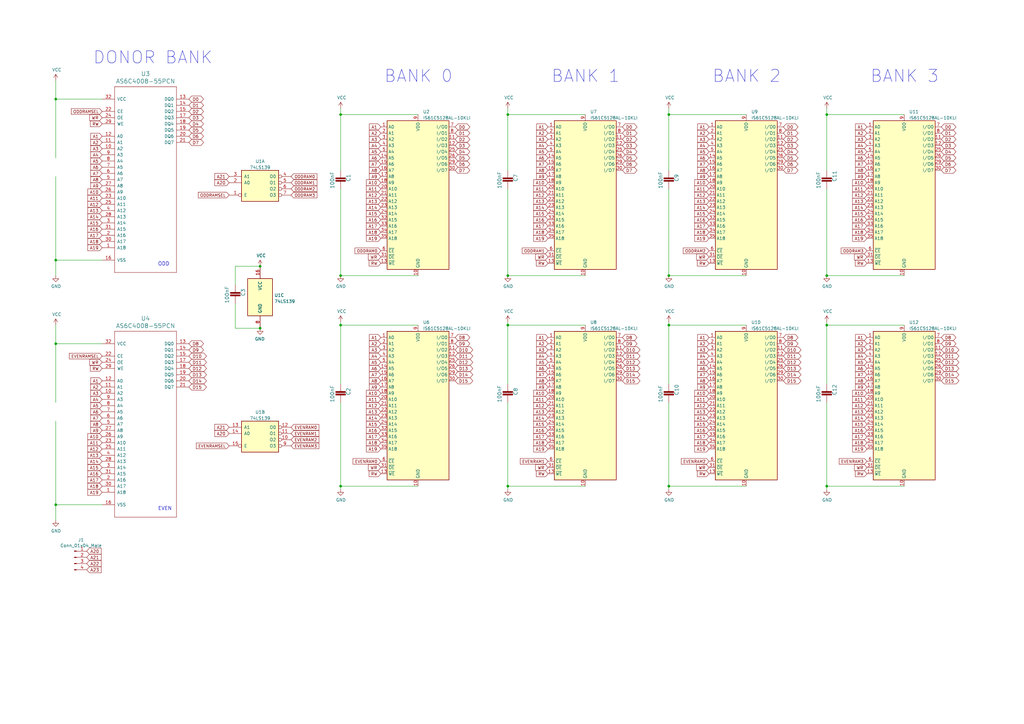
<source format=kicad_sch>
(kicad_sch (version 20211123) (generator eeschema)
  (paper "A3")
  (junction (at 274.32 113.03))
  (junction (at 339.09 113.03))
  (junction (at 139.7 113.03))
  (junction (at 106.68 134.62))
  (junction (at 22.86 207.01))
  (junction (at 208.28 46.99))
  (junction (at 208.28 113.03))
  (junction (at 274.32 133.35))
  (junction (at 274.32 46.99))
  (junction (at 139.7 46.99))
  (junction (at 106.68 109.22))
  (junction (at 139.7 133.35))
  (junction (at 22.86 40.64))
  (junction (at 339.09 199.39))
  (junction (at 339.09 46.99))
  (junction (at 139.7 199.39))
  (junction (at 22.86 106.68))
  (junction (at 274.32 199.39))
  (junction (at 22.86 140.97))
  (junction (at 208.28 133.35))
  (junction (at 339.09 133.35))
  (junction (at 208.28 199.39))
  (wire (pts (xy 240.03 113.03) (xy 208.28 113.03)))
  (wire (pts (xy 274.32 199.39) (xy 274.32 200.66)))
  (wire (pts (xy 339.09 46.99) (xy 339.09 69.85)))
  (wire (pts (xy 208.28 133.35) (xy 208.28 157.48)))
  (wire (pts (xy 274.32 77.47) (xy 274.32 113.03)))
  (wire (pts (xy 339.09 77.47) (xy 339.09 113.03)))
  (wire (pts (xy 274.32 46.99) (xy 274.32 69.85)))
  (wire (pts (xy 139.7 133.35) (xy 139.7 157.48)))
  (wire (pts (xy 139.7 46.99) (xy 139.7 69.85)))
  (wire (pts (xy 22.86 33.02) (xy 22.86 40.64)))
  (wire (pts (xy 96.52 134.62) (xy 106.68 134.62)))
  (wire (pts (xy 274.32 44.45) (xy 274.32 46.99)))
  (wire (pts (xy 208.28 46.99) (xy 208.28 69.85)))
  (wire (pts (xy 41.91 40.64) (xy 22.86 40.64)))
  (wire (pts (xy 208.28 44.45) (xy 208.28 46.99)))
  (wire (pts (xy 41.91 207.01) (xy 22.86 207.01)))
  (wire (pts (xy 274.32 132.08) (xy 274.32 133.35)))
  (wire (pts (xy 139.7 133.35) (xy 171.45 133.35)))
  (wire (pts (xy 208.28 133.35) (xy 240.03 133.35)))
  (wire (pts (xy 22.86 172.72) (xy 22.86 207.01)))
  (wire (pts (xy 339.09 44.45) (xy 339.09 46.99)))
  (wire (pts (xy 22.86 133.35) (xy 22.86 140.97)))
  (wire (pts (xy 208.28 165.1) (xy 208.28 199.39)))
  (wire (pts (xy 370.84 113.03) (xy 339.09 113.03)))
  (wire (pts (xy 339.09 133.35) (xy 370.84 133.35)))
  (wire (pts (xy 22.86 207.01) (xy 22.86 213.36)))
  (wire (pts (xy 96.52 116.84) (xy 96.52 109.22)))
  (wire (pts (xy 339.09 46.99) (xy 370.84 46.99)))
  (wire (pts (xy 41.91 140.97) (xy 22.86 140.97)))
  (wire (pts (xy 96.52 109.22) (xy 106.68 109.22)))
  (wire (pts (xy 274.32 133.35) (xy 274.32 157.48)))
  (wire (pts (xy 22.86 140.97) (xy 22.86 165.1)))
  (wire (pts (xy 339.09 165.1) (xy 339.09 199.39)))
  (wire (pts (xy 139.7 199.39) (xy 139.7 200.66)))
  (wire (pts (xy 274.32 165.1) (xy 274.32 199.39)))
  (wire (pts (xy 208.28 77.47) (xy 208.28 113.03)))
  (wire (pts (xy 22.86 106.68) (xy 22.86 113.03)))
  (wire (pts (xy 41.91 106.68) (xy 22.86 106.68)))
  (wire (pts (xy 139.7 46.99) (xy 171.45 46.99)))
  (wire (pts (xy 139.7 77.47) (xy 139.7 113.03)))
  (wire (pts (xy 274.32 46.99) (xy 306.07 46.99)))
  (wire (pts (xy 339.09 133.35) (xy 339.09 157.48)))
  (wire (pts (xy 306.07 199.39) (xy 274.32 199.39)))
  (wire (pts (xy 96.52 124.46) (xy 96.52 134.62)))
  (wire (pts (xy 171.45 113.03) (xy 139.7 113.03)))
  (wire (pts (xy 208.28 132.08) (xy 208.28 133.35)))
  (wire (pts (xy 306.07 113.03) (xy 274.32 113.03)))
  (wire (pts (xy 339.09 199.39) (xy 339.09 200.66)))
  (wire (pts (xy 208.28 46.99) (xy 240.03 46.99)))
  (wire (pts (xy 22.86 40.64) (xy 22.86 64.77)))
  (wire (pts (xy 139.7 132.08) (xy 139.7 133.35)))
  (wire (pts (xy 274.32 133.35) (xy 306.07 133.35)))
  (wire (pts (xy 370.84 199.39) (xy 339.09 199.39)))
  (wire (pts (xy 240.03 199.39) (xy 208.28 199.39)))
  (wire (pts (xy 139.7 165.1) (xy 139.7 199.39)))
  (wire (pts (xy 208.28 199.39) (xy 208.28 200.66)))
  (wire (pts (xy 22.86 72.39) (xy 22.86 106.68)))
  (wire (pts (xy 171.45 199.39) (xy 139.7 199.39)))
  (wire (pts (xy 339.09 132.08) (xy 339.09 133.35)))
  (wire (pts (xy 139.7 44.45) (xy 139.7 46.99)))
  (text "BANK 2" (at 292.1 34.29 0) (effects (font (size 5 5)) (justify left bottom)))
  (text "DONOR BANK" (at 38.1 26.67 0) (effects (font (size 5 5)) (justify left bottom)))
  (text "BANK 3" (at 356.87 34.29 0) (effects (font (size 5 5)) (justify left bottom)))
  (text "BANK 0" (at 157.48 34.29 0) (effects (font (size 5 5)) (justify left bottom)))
  (text "ODD" (at 64.77 109.22 0) (effects (font (size 1.4986 1.4986)) (justify left bottom)))
  (text "BANK 1" (at 226.06 34.29 0) (effects (font (size 5 5)) (justify left bottom)))
  (text "EVEN" (at 64.77 209.55 0) (effects (font (size 1.4986 1.4986)) (justify left bottom)))
  (global_label "A17" (shape input) (at 41.91 196.85 180) (property "Intersheet References" "${INTERSHEET_REFS}" (effects hide)))
  (global_label "D12" (shape bidirectional) (at 386.08 148.59 0) (property "Intersheet References" "${INTERSHEET_REFS}" (effects hide)))
  (global_label "A18" (shape input) (at 355.6 95.25 180) (property "Intersheet References" "${INTERSHEET_REFS}" (effects hide)))
  (global_label "D6" (shape bidirectional) (at 386.08 67.31 0) (property "Intersheet References" "${INTERSHEET_REFS}" (effects hide)))
  (global_label "A21" (shape input) (at 35.56 228.6 0) (property "Intersheet References" "${INTERSHEET_REFS}" (effects hide)))
  (global_label "A4" (shape input) (at 156.21 59.69 180) (property "Intersheet References" "${INTERSHEET_REFS}" (effects hide)))
  (global_label "A15" (shape input) (at 355.6 173.99 180) (property "Intersheet References" "${INTERSHEET_REFS}" (effects hide)))
  (global_label "A20" (shape input) (at 93.98 74.93 180) (property "Intersheet References" "${INTERSHEET_REFS}" (effects hide)))
  (global_label "WR" (shape input) (at 355.6 191.77 180) (property "Intersheet References" "${INTERSHEET_REFS}" (effects hide)))
  (global_label "A6" (shape input) (at 156.21 151.13 180) (property "Intersheet References" "${INTERSHEET_REFS}" (effects hide)))
  (global_label "WR" (shape input) (at 290.83 105.41 180) (property "Intersheet References" "${INTERSHEET_REFS}" (effects hide)))
  (global_label "A15" (shape input) (at 156.21 173.99 180) (property "Intersheet References" "${INTERSHEET_REFS}" (effects hide)))
  (global_label "D4" (shape bidirectional) (at 255.27 62.23 0) (property "Intersheet References" "${INTERSHEET_REFS}" (effects hide)))
  (global_label "D13" (shape bidirectional) (at 321.31 151.13 0) (property "Intersheet References" "${INTERSHEET_REFS}" (effects hide)))
  (global_label "ODDRAM3" (shape input) (at 119.38 80.01 0) (effects (font (size 1.1938 1.1938))) (property "Intersheet References" "${INTERSHEET_REFS}" (effects hide)))
  (global_label "D15" (shape bidirectional) (at 77.47 158.75 0) (property "Intersheet References" "${INTERSHEET_REFS}" (effects hide)))
  (global_label "D4" (shape bidirectional) (at 321.31 62.23 0) (property "Intersheet References" "${INTERSHEET_REFS}" (effects hide)))
  (global_label "A12" (shape input) (at 156.21 166.37 180) (property "Intersheet References" "${INTERSHEET_REFS}" (effects hide)))
  (global_label "A10" (shape input) (at 156.21 161.29 180) (property "Intersheet References" "${INTERSHEET_REFS}" (effects hide)))
  (global_label "EVENRAM2" (shape input) (at 119.38 180.34 0) (effects (font (size 1.1938 1.1938))) (property "Intersheet References" "${INTERSHEET_REFS}" (effects hide)))
  (global_label "D14" (shape bidirectional) (at 386.08 153.67 0) (property "Intersheet References" "${INTERSHEET_REFS}" (effects hide)))
  (global_label "A14" (shape input) (at 224.79 171.45 180) (property "Intersheet References" "${INTERSHEET_REFS}" (effects hide)))
  (global_label "A3" (shape input) (at 355.6 57.15 180) (property "Intersheet References" "${INTERSHEET_REFS}" (effects hide)))
  (global_label "A2" (shape input) (at 355.6 140.97 180) (property "Intersheet References" "${INTERSHEET_REFS}" (effects hide)))
  (global_label "A14" (shape input) (at 290.83 85.09 180) (property "Intersheet References" "${INTERSHEET_REFS}" (effects hide)))
  (global_label "D7" (shape bidirectional) (at 386.08 69.85 0) (property "Intersheet References" "${INTERSHEET_REFS}" (effects hide)))
  (global_label "A13" (shape input) (at 355.6 168.91 180) (property "Intersheet References" "${INTERSHEET_REFS}" (effects hide)))
  (global_label "A8" (shape input) (at 224.79 156.21 180) (property "Intersheet References" "${INTERSHEET_REFS}" (effects hide)))
  (global_label "D12" (shape bidirectional) (at 186.69 148.59 0) (property "Intersheet References" "${INTERSHEET_REFS}" (effects hide)))
  (global_label "A9" (shape input) (at 41.91 176.53 180) (property "Intersheet References" "${INTERSHEET_REFS}" (effects hide)))
  (global_label "D10" (shape bidirectional) (at 321.31 143.51 0) (property "Intersheet References" "${INTERSHEET_REFS}" (effects hide)))
  (global_label "D8" (shape bidirectional) (at 386.08 138.43 0) (property "Intersheet References" "${INTERSHEET_REFS}" (effects hide)))
  (global_label "A18" (shape input) (at 41.91 199.39 180) (property "Intersheet References" "${INTERSHEET_REFS}" (effects hide)))
  (global_label "A12" (shape input) (at 224.79 80.01 180) (property "Intersheet References" "${INTERSHEET_REFS}" (effects hide)))
  (global_label "D15" (shape bidirectional) (at 255.27 156.21 0) (property "Intersheet References" "${INTERSHEET_REFS}" (effects hide)))
  (global_label "A7" (shape input) (at 290.83 67.31 180) (property "Intersheet References" "${INTERSHEET_REFS}" (effects hide)))
  (global_label "A7" (shape input) (at 41.91 71.12 180) (property "Intersheet References" "${INTERSHEET_REFS}" (effects hide)))
  (global_label "A18" (shape input) (at 224.79 95.25 180) (property "Intersheet References" "${INTERSHEET_REFS}" (effects hide)))
  (global_label "D12" (shape bidirectional) (at 77.47 151.13 0) (property "Intersheet References" "${INTERSHEET_REFS}" (effects hide)))
  (global_label "D3" (shape bidirectional) (at 386.08 59.69 0) (property "Intersheet References" "${INTERSHEET_REFS}" (effects hide)))
  (global_label "A13" (shape input) (at 41.91 186.69 180) (property "Intersheet References" "${INTERSHEET_REFS}" (effects hide)))
  (global_label "A3" (shape input) (at 290.83 143.51 180) (property "Intersheet References" "${INTERSHEET_REFS}" (effects hide)))
  (global_label "D15" (shape bidirectional) (at 186.69 156.21 0) (property "Intersheet References" "${INTERSHEET_REFS}" (effects hide)))
  (global_label "A11" (shape input) (at 224.79 77.47 180) (property "Intersheet References" "${INTERSHEET_REFS}" (effects hide)))
  (global_label "A12" (shape input) (at 224.79 166.37 180) (property "Intersheet References" "${INTERSHEET_REFS}" (effects hide)))
  (global_label "A5" (shape input) (at 156.21 148.59 180) (property "Intersheet References" "${INTERSHEET_REFS}" (effects hide)))
  (global_label "D5" (shape bidirectional) (at 386.08 64.77 0) (property "Intersheet References" "${INTERSHEET_REFS}" (effects hide)))
  (global_label "A8" (shape input) (at 41.91 173.99 180) (property "Intersheet References" "${INTERSHEET_REFS}" (effects hide)))
  (global_label "A17" (shape input) (at 156.21 92.71 180) (property "Intersheet References" "${INTERSHEET_REFS}" (effects hide)))
  (global_label "A6" (shape input) (at 355.6 151.13 180) (property "Intersheet References" "${INTERSHEET_REFS}" (effects hide)))
  (global_label "A8" (shape input) (at 355.6 69.85 180) (property "Intersheet References" "${INTERSHEET_REFS}" (effects hide)))
  (global_label "A21" (shape input) (at 93.98 175.26 180) (property "Intersheet References" "${INTERSHEET_REFS}" (effects hide)))
  (global_label "WR" (shape input) (at 224.79 191.77 180) (property "Intersheet References" "${INTERSHEET_REFS}" (effects hide)))
  (global_label "A10" (shape input) (at 355.6 74.93 180) (property "Intersheet References" "${INTERSHEET_REFS}" (effects hide)))
  (global_label "D4" (shape bidirectional) (at 77.47 50.8 0) (property "Intersheet References" "${INTERSHEET_REFS}" (effects hide)))
  (global_label "D1" (shape bidirectional) (at 386.08 54.61 0) (property "Intersheet References" "${INTERSHEET_REFS}" (effects hide)))
  (global_label "D9" (shape bidirectional) (at 255.27 140.97 0) (property "Intersheet References" "${INTERSHEET_REFS}" (effects hide)))
  (global_label "WR" (shape input) (at 290.83 191.77 180) (property "Intersheet References" "${INTERSHEET_REFS}" (effects hide)))
  (global_label "A5" (shape input) (at 224.79 62.23 180) (property "Intersheet References" "${INTERSHEET_REFS}" (effects hide)))
  (global_label "A12" (shape input) (at 290.83 166.37 180) (property "Intersheet References" "${INTERSHEET_REFS}" (effects hide)))
  (global_label "WR" (shape input) (at 41.91 48.26 180) (property "Intersheet References" "${INTERSHEET_REFS}" (effects hide)))
  (global_label "A9" (shape input) (at 290.83 158.75 180) (property "Intersheet References" "${INTERSHEET_REFS}" (effects hide)))
  (global_label "A16" (shape input) (at 41.91 93.98 180) (property "Intersheet References" "${INTERSHEET_REFS}" (effects hide)))
  (global_label "D2" (shape bidirectional) (at 386.08 57.15 0) (property "Intersheet References" "${INTERSHEET_REFS}" (effects hide)))
  (global_label "A12" (shape input) (at 41.91 184.15 180) (property "Intersheet References" "${INTERSHEET_REFS}" (effects hide)))
  (global_label "A1" (shape input) (at 156.21 138.43 180) (property "Intersheet References" "${INTERSHEET_REFS}" (effects hide)))
  (global_label "A4" (shape input) (at 355.6 59.69 180) (property "Intersheet References" "${INTERSHEET_REFS}" (effects hide)))
  (global_label "ODDRAM0" (shape input) (at 156.21 102.87 180) (effects (font (size 1.1938 1.1938))) (property "Intersheet References" "${INTERSHEET_REFS}" (effects hide)))
  (global_label "A10" (shape input) (at 290.83 161.29 180) (property "Intersheet References" "${INTERSHEET_REFS}" (effects hide)))
  (global_label "D11" (shape bidirectional) (at 321.31 146.05 0) (property "Intersheet References" "${INTERSHEET_REFS}" (effects hide)))
  (global_label "A4" (shape input) (at 290.83 59.69 180) (property "Intersheet References" "${INTERSHEET_REFS}" (effects hide)))
  (global_label "ODDRAM1" (shape input) (at 119.38 74.93 0) (effects (font (size 1.1938 1.1938))) (property "Intersheet References" "${INTERSHEET_REFS}" (effects hide)))
  (global_label "A12" (shape input) (at 355.6 166.37 180) (property "Intersheet References" "${INTERSHEET_REFS}" (effects hide)))
  (global_label "EVENRAMSEL" (shape input) (at 93.98 182.88 180) (effects (font (size 1.1938 1.1938))) (property "Intersheet References" "${INTERSHEET_REFS}" (effects hide)))
  (global_label "D9" (shape bidirectional) (at 186.69 140.97 0) (property "Intersheet References" "${INTERSHEET_REFS}" (effects hide)))
  (global_label "A3" (shape input) (at 156.21 57.15 180) (property "Intersheet References" "${INTERSHEET_REFS}" (effects hide)))
  (global_label "A2" (shape input) (at 156.21 140.97 180) (property "Intersheet References" "${INTERSHEET_REFS}" (effects hide)))
  (global_label "A5" (shape input) (at 224.79 148.59 180) (property "Intersheet References" "${INTERSHEET_REFS}" (effects hide)))
  (global_label "EVENRAM3" (shape input) (at 355.6 189.23 180) (effects (font (size 1.1938 1.1938))) (property "Intersheet References" "${INTERSHEET_REFS}" (effects hide)))
  (global_label "A11" (shape input) (at 290.83 77.47 180) (property "Intersheet References" "${INTERSHEET_REFS}" (effects hide)))
  (global_label "EVENRAMSEL" (shape input) (at 41.91 146.05 180) (effects (font (size 1.1938 1.1938))) (property "Intersheet References" "${INTERSHEET_REFS}" (effects hide)))
  (global_label "A13" (shape input) (at 355.6 82.55 180) (property "Intersheet References" "${INTERSHEET_REFS}" (effects hide)))
  (global_label "D8" (shape bidirectional) (at 186.69 138.43 0) (property "Intersheet References" "${INTERSHEET_REFS}" (effects hide)))
  (global_label "A6" (shape input) (at 156.21 64.77 180) (property "Intersheet References" "${INTERSHEET_REFS}" (effects hide)))
  (global_label "RW" (shape input) (at 290.83 194.31 180) (effects (font (size 1.1938 1.1938))) (property "Intersheet References" "${INTERSHEET_REFS}" (effects hide)))
  (global_label "A2" (shape input) (at 156.21 54.61 180) (property "Intersheet References" "${INTERSHEET_REFS}" (effects hide)))
  (global_label "A1" (shape input) (at 224.79 138.43 180) (property "Intersheet References" "${INTERSHEET_REFS}" (effects hide)))
  (global_label "A11" (shape input) (at 355.6 163.83 180) (property "Intersheet References" "${INTERSHEET_REFS}" (effects hide)))
  (global_label "D10" (shape bidirectional) (at 186.69 143.51 0) (property "Intersheet References" "${INTERSHEET_REFS}" (effects hide)))
  (global_label "RW" (shape input) (at 41.91 151.13 180) (effects (font (size 1.1938 1.1938))) (property "Intersheet References" "${INTERSHEET_REFS}" (effects hide)))
  (global_label "A16" (shape input) (at 224.79 176.53 180) (property "Intersheet References" "${INTERSHEET_REFS}" (effects hide)))
  (global_label "D5" (shape bidirectional) (at 321.31 64.77 0) (property "Intersheet References" "${INTERSHEET_REFS}" (effects hide)))
  (global_label "A19" (shape input) (at 224.79 97.79 180) (property "Intersheet References" "${INTERSHEET_REFS}" (effects hide)))
  (global_label "A9" (shape input) (at 156.21 158.75 180) (property "Intersheet References" "${INTERSHEET_REFS}" (effects hide)))
  (global_label "D9" (shape bidirectional) (at 77.47 143.51 0) (property "Intersheet References" "${INTERSHEET_REFS}" (effects hide)))
  (global_label "A19" (shape input) (at 224.79 184.15 180) (property "Intersheet References" "${INTERSHEET_REFS}" (effects hide)))
  (global_label "A12" (shape input) (at 355.6 80.01 180) (property "Intersheet References" "${INTERSHEET_REFS}" (effects hide)))
  (global_label "A16" (shape input) (at 41.91 194.31 180) (property "Intersheet References" "${INTERSHEET_REFS}" (effects hide)))
  (global_label "A12" (shape input) (at 290.83 80.01 180) (property "Intersheet References" "${INTERSHEET_REFS}" (effects hide)))
  (global_label "A4" (shape input) (at 355.6 146.05 180) (property "Intersheet References" "${INTERSHEET_REFS}" (effects hide)))
  (global_label "D3" (shape bidirectional) (at 77.47 48.26 0) (property "Intersheet References" "${INTERSHEET_REFS}" (effects hide)))
  (global_label "A14" (shape input) (at 355.6 171.45 180) (property "Intersheet References" "${INTERSHEET_REFS}" (effects hide)))
  (global_label "RW" (shape input) (at 355.6 107.95 180) (effects (font (size 1.1938 1.1938))) (property "Intersheet References" "${INTERSHEET_REFS}" (effects hide)))
  (global_label "A14" (shape input) (at 41.91 189.23 180) (property "Intersheet References" "${INTERSHEET_REFS}" (effects hide)))
  (global_label "A14" (shape input) (at 355.6 85.09 180) (property "Intersheet References" "${INTERSHEET_REFS}" (effects hide)))
  (global_label "D10" (shape bidirectional) (at 255.27 143.51 0) (property "Intersheet References" "${INTERSHEET_REFS}" (effects hide)))
  (global_label "ODDRAM2" (shape input) (at 119.38 77.47 0) (effects (font (size 1.1938 1.1938))) (property "Intersheet References" "${INTERSHEET_REFS}" (effects hide)))
  (global_label "A8" (shape input) (at 355.6 156.21 180) (property "Intersheet References" "${INTERSHEET_REFS}" (effects hide)))
  (global_label "D15" (shape bidirectional) (at 321.31 156.21 0) (property "Intersheet References" "${INTERSHEET_REFS}" (effects hide)))
  (global_label "A10" (shape input) (at 41.91 179.07 180) (property "Intersheet References" "${INTERSHEET_REFS}" (effects hide)))
  (global_label "A14" (shape input) (at 41.91 88.9 180) (property "Intersheet References" "${INTERSHEET_REFS}" (effects hide)))
  (global_label "WR" (shape input) (at 355.6 105.41 180) (property "Intersheet References" "${INTERSHEET_REFS}" (effects hide)))
  (global_label "A1" (shape input) (at 224.79 52.07 180) (property "Intersheet References" "${INTERSHEET_REFS}" (effects hide)))
  (global_label "ODDRAMSEL" (shape input) (at 41.91 45.72 180) (effects (font (size 1.1938 1.1938))) (property "Intersheet References" "${INTERSHEET_REFS}" (effects hide)))
  (global_label "RW" (shape input) (at 41.91 50.8 180) (effects (font (size 1.1938 1.1938))) (property "Intersheet References" "${INTERSHEET_REFS}" (effects hide)))
  (global_label "D2" (shape bidirectional) (at 77.47 45.72 0) (property "Intersheet References" "${INTERSHEET_REFS}" (effects hide)))
  (global_label "A18" (shape input) (at 290.83 181.61 180) (property "Intersheet References" "${INTERSHEET_REFS}" (effects hide)))
  (global_label "A2" (shape input) (at 41.91 158.75 180) (property "Intersheet References" "${INTERSHEET_REFS}" (effects hide)))
  (global_label "D3" (shape bidirectional) (at 321.31 59.69 0) (property "Intersheet References" "${INTERSHEET_REFS}" (effects hide)))
  (global_label "A3" (shape input) (at 355.6 143.51 180) (property "Intersheet References" "${INTERSHEET_REFS}" (effects hide)))
  (global_label "A17" (shape input) (at 290.83 92.71 180) (property "Intersheet References" "${INTERSHEET_REFS}" (effects hide)))
  (global_label "A10" (shape input) (at 224.79 161.29 180) (property "Intersheet References" "${INTERSHEET_REFS}" (effects hide)))
  (global_label "A3" (shape input) (at 41.91 60.96 180) (property "Intersheet References" "${INTERSHEET_REFS}" (effects hide)))
  (global_label "A12" (shape input) (at 41.91 83.82 180) (property "Intersheet References" "${INTERSHEET_REFS}" (effects hide)))
  (global_label "D6" (shape bidirectional) (at 255.27 67.31 0) (property "Intersheet References" "${INTERSHEET_REFS}" (effects hide)))
  (global_label "EVENRAM1" (shape input) (at 224.79 189.23 180) (effects (font (size 1.1938 1.1938))) (property "Intersheet References" "${INTERSHEET_REFS}" (effects hide)))
  (global_label "A5" (shape input) (at 355.6 148.59 180) (property "Intersheet References" "${INTERSHEET_REFS}" (effects hide)))
  (global_label "WR" (shape input) (at 156.21 105.41 180) (property "Intersheet References" "${INTERSHEET_REFS}" (effects hide)))
  (global_label "D5" (shape bidirectional) (at 186.69 64.77 0) (property "Intersheet References" "${INTERSHEET_REFS}" (effects hide)))
  (global_label "D2" (shape bidirectional) (at 186.69 57.15 0) (property "Intersheet References" "${INTERSHEET_REFS}" (effects hide)))
  (global_label "A1" (shape input) (at 355.6 52.07 180) (property "Intersheet References" "${INTERSHEET_REFS}" (effects hide)))
  (global_label "A7" (shape input) (at 224.79 67.31 180) (property "Intersheet References" "${INTERSHEET_REFS}" (effects hide)))
  (global_label "A15" (shape input) (at 224.79 173.99 180) (property "Intersheet References" "${INTERSHEET_REFS}" (effects hide)))
  (global_label "A4" (shape input) (at 224.79 59.69 180) (property "Intersheet References" "${INTERSHEET_REFS}" (effects hide)))
  (global_label "WR" (shape input) (at 156.21 191.77 180) (property "Intersheet References" "${INTERSHEET_REFS}" (effects hide)))
  (global_label "A15" (shape input) (at 355.6 87.63 180) (property "Intersheet References" "${INTERSHEET_REFS}" (effects hide)))
  (global_label "D10" (shape bidirectional) (at 77.47 146.05 0) (property "Intersheet References" "${INTERSHEET_REFS}" (effects hide)))
  (global_label "D13" (shape bidirectional) (at 386.08 151.13 0) (property "Intersheet References" "${INTERSHEET_REFS}" (effects hide)))
  (global_label "A9" (shape input) (at 224.79 158.75 180) (property "Intersheet References" "${INTERSHEET_REFS}" (effects hide)))
  (global_label "A8" (shape input) (at 41.91 73.66 180) (property "Intersheet References" "${INTERSHEET_REFS}" (effects hide)))
  (global_label "A7" (shape input) (at 156.21 67.31 180) (property "Intersheet References" "${INTERSHEET_REFS}" (effects hide)))
  (global_label "A18" (shape input) (at 156.21 95.25 180) (property "Intersheet References" "${INTERSHEET_REFS}" (effects hide)))
  (global_label "A17" (shape input) (at 290.83 179.07 180) (property "Intersheet References" "${INTERSHEET_REFS}" (effects hide)))
  (global_label "A3" (shape input) (at 290.83 57.15 180) (property "Intersheet References" "${INTERSHEET_REFS}" (effects hide)))
  (global_label "D1" (shape bidirectional) (at 186.69 54.61 0) (property "Intersheet References" "${INTERSHEET_REFS}" (effects hide)))
  (global_label "A11" (shape input) (at 224.79 163.83 180) (property "Intersheet References" "${INTERSHEET_REFS}" (effects hide)))
  (global_label "A1" (shape input) (at 41.91 55.88 180) (property "Intersheet References" "${INTERSHEET_REFS}" (effects hide)))
  (global_label "A6" (shape input) (at 290.83 64.77 180) (property "Intersheet References" "${INTERSHEET_REFS}" (effects hide)))
  (global_label "A10" (shape input) (at 355.6 161.29 180) (property "Intersheet References" "${INTERSHEET_REFS}" (effects hide)))
  (global_label "A11" (shape input) (at 41.91 81.28 180) (property "Intersheet References" "${INTERSHEET_REFS}" (effects hide)))
  (global_label "A15" (shape input) (at 290.83 87.63 180) (property "Intersheet References" "${INTERSHEET_REFS}" (effects hide)))
  (global_label "A2" (shape input) (at 41.91 58.42 180) (property "Intersheet References" "${INTERSHEET_REFS}" (effects hide)))
  (global_label "A16" (shape input) (at 355.6 176.53 180) (property "Intersheet References" "${INTERSHEET_REFS}" (effects hide)))
  (global_label "A8" (shape input) (at 156.21 156.21 180) (property "Intersheet References" "${INTERSHEET_REFS}" (effects hide)))
  (global_label "A7" (shape input) (at 355.6 67.31 180) (property "Intersheet References" "${INTERSHEET_REFS}" (effects hide)))
  (global_label "A1" (shape input) (at 290.83 138.43 180) (property "Intersheet References" "${INTERSHEET_REFS}" (effects hide)))
  (global_label "A18" (shape input) (at 41.91 99.06 180) (property "Intersheet References" "${INTERSHEET_REFS}" (effects hide)))
  (global_label "D9" (shape bidirectional) (at 321.31 140.97 0) (property "Intersheet References" "${INTERSHEET_REFS}" (effects hide)))
  (global_label "D0" (shape bidirectional) (at 386.08 52.07 0) (property "Intersheet References" "${INTERSHEET_REFS}" (effects hide)))
  (global_label "D1" (shape bidirectional) (at 321.31 54.61 0) (property "Intersheet References" "${INTERSHEET_REFS}" (effects hide)))
  (global_label "A15" (shape input) (at 41.91 191.77 180) (property "Intersheet References" "${INTERSHEET_REFS}" (effects hide)))
  (global_label "D14" (shape bidirectional) (at 186.69 153.67 0) (property "Intersheet References" "${INTERSHEET_REFS}" (effects hide)))
  (global_label "A6" (shape input) (at 224.79 64.77 180) (property "Intersheet References" "${INTERSHEET_REFS}" (effects hide)))
  (global_label "A2" (shape input) (at 224.79 140.97 180) (property "Intersheet References" "${INTERSHEET_REFS}" (effects hide)))
  (global_label "A9" (shape input) (at 290.83 72.39 180) (property "Intersheet References" "${INTERSHEET_REFS}" (effects hide)))
  (global_label "A19" (shape input) (at 41.91 201.93 180) (property "Intersheet References" "${INTERSHEET_REFS}" (effects hide)))
  (global_label "D6" (shape bidirectional) (at 321.31 67.31 0) (property "Intersheet References" "${INTERSHEET_REFS}" (effects hide)))
  (global_label "A4" (shape input) (at 41.91 163.83 180) (property "Intersheet References" "${INTERSHEET_REFS}" (effects hide)))
  (global_label "A13" (shape input) (at 41.91 86.36 180) (property "Intersheet References" "${INTERSHEET_REFS}" (effects hide)))
  (global_label "D0" (shape bidirectional) (at 186.69 52.07 0) (property "Intersheet References" "${INTERSHEET_REFS}" (effects hide)))
  (global_label "A16" (shape input) (at 156.21 176.53 180) (property "Intersheet References" "${INTERSHEET_REFS}" (effects hide)))
  (global_label "A14" (shape input) (at 156.21 85.09 180) (property "Intersheet References" "${INTERSHEET_REFS}" (effects hide)))
  (global_label "A5" (shape input) (at 41.91 66.04 180) (property "Intersheet References" "${INTERSHEET_REFS}" (effects hide)))
  (global_label "A4" (shape input) (at 224.79 146.05 180) (property "Intersheet References" "${INTERSHEET_REFS}" (effects hide)))
  (global_label "A15" (shape input) (at 156.21 87.63 180) (property "Intersheet References" "${INTERSHEET_REFS}" (effects hide)))
  (global_label "D5" (shape bidirectional) (at 77.47 53.34 0) (property "Intersheet References" "${INTERSHEET_REFS}" (effects hide)))
  (global_label "A17" (shape input) (at 224.79 92.71 180) (property "Intersheet References" "${INTERSHEET_REFS}" (effects hide)))
  (global_label "A12" (shape input) (at 156.21 80.01 180) (property "Intersheet References" "${INTERSHEET_REFS}" (effects hide)))
  (global_label "A5" (shape input) (at 290.83 62.23 180) (property "Intersheet References" "${INTERSHEET_REFS}" (effects hide)))
  (global_label "A14" (shape input) (at 224.79 85.09 180) (property "Intersheet References" "${INTERSHEET_REFS}" (effects hide)))
  (global_label "D6" (shape bidirectional) (at 77.47 55.88 0) (property "Intersheet References" "${INTERSHEET_REFS}" (effects hide)))
  (global_label "RW" (shape input) (at 156.21 194.31 180) (effects (font (size 1.1938 1.1938))) (property "Intersheet References" "${INTERSHEET_REFS}" (effects hide)))
  (global_label "A3" (shape input) (at 224.79 57.15 180) (property "Intersheet References" "${INTERSHEET_REFS}" (effects hide)))
  (global_label "A19" (shape input) (at 290.83 97.79 180) (property "Intersheet References" "${INTERSHEET_REFS}" (effects hide)))
  (global_label "A1" (shape input) (at 156.21 52.07 180) (property "Intersheet References" "${INTERSHEET_REFS}" (effects hide)))
  (global_label "A17" (shape input) (at 355.6 179.07 180) (property "Intersheet References" "${INTERSHEET_REFS}" (effects hide)))
  (global_label "A8" (shape input) (at 290.83 69.85 180) (property "Intersheet References" "${INTERSHEET_REFS}" (effects hide)))
  (global_label "A23" (shape input) (at 35.56 233.68 0) (property "Intersheet References" "${INTERSHEET_REFS}" (effects hide)))
  (global_label "A17" (shape input) (at 224.79 179.07 180) (property "Intersheet References" "${INTERSHEET_REFS}" (effects hide)))
  (global_label "A1" (shape input) (at 290.83 52.07 180) (property "Intersheet References" "${INTERSHEET_REFS}" (effects hide)))
  (global_label "A2" (shape input) (at 290.83 140.97 180) (property "Intersheet References" "${INTERSHEET_REFS}" (effects hide)))
  (global_label "A9" (shape input) (at 355.6 158.75 180) (property "Intersheet References" "${INTERSHEET_REFS}" (effects hide)))
  (global_label "A16" (shape input) (at 355.6 90.17 180) (property "Intersheet References" "${INTERSHEET_REFS}" (effects hide)))
  (global_label "D8" (shape bidirectional) (at 77.47 140.97 0) (property "Intersheet References" "${INTERSHEET_REFS}" (effects hide)))
  (global_label "D1" (shape bidirectional) (at 255.27 54.61 0) (property "Intersheet References" "${INTERSHEET_REFS}" (effects hide)))
  (global_label "A1" (shape input) (at 355.6 138.43 180) (property "Intersheet References" "${INTERSHEET_REFS}" (effects hide)))
  (global_label "A11" (shape input) (at 156.21 77.47 180) (property "Intersheet References" "${INTERSHEET_REFS}" (effects hide)))
  (global_label "D11" (shape bidirectional) (at 386.08 146.05 0) (property "Intersheet References" "${INTERSHEET_REFS}" (effects hide)))
  (global_label "ODDRAM1" (shape input) (at 224.79 102.87 180) (effects (font (size 1.1938 1.1938))) (property "Intersheet References" "${INTERSHEET_REFS}" (effects hide)))
  (global_label "A11" (shape input) (at 290.83 163.83 180) (property "Intersheet References" "${INTERSHEET_REFS}" (effects hide)))
  (global_label "A16" (shape input) (at 224.79 90.17 180) (property "Intersheet References" "${INTERSHEET_REFS}" (effects hide)))
  (global_label "A16" (shape input) (at 156.21 90.17 180) (property "Intersheet References" "${INTERSHEET_REFS}" (effects hide)))
  (global_label "A5" (shape input) (at 355.6 62.23 180) (property "Intersheet References" "${INTERSHEET_REFS}" (effects hide)))
  (global_label "RW" (shape input) (at 290.83 107.95 180) (effects (font (size 1.1938 1.1938))) (property "Intersheet References" "${INTERSHEET_REFS}" (effects hide)))
  (global_label "A3" (shape input) (at 156.21 143.51 180) (property "Intersheet References" "${INTERSHEET_REFS}" (effects hide)))
  (global_label "A10" (shape input) (at 290.83 74.93 180) (property "Intersheet References" "${INTERSHEET_REFS}" (effects hide)))
  (global_label "D13" (shape bidirectional) (at 77.47 153.67 0) (property "Intersheet References" "${INTERSHEET_REFS}" (effects hide)))
  (global_label "A13" (shape input) (at 224.79 82.55 180) (property "Intersheet References" "${INTERSHEET_REFS}" (effects hide)))
  (global_label "D7" (shape bidirectional) (at 77.47 58.42 0) (property "Intersheet References" "${INTERSHEET_REFS}" (effects hide)))
  (global_label "A19" (shape input) (at 355.6 97.79 180) (property "Intersheet References" "${INTERSHEET_REFS}" (effects hide)))
  (global_label "D14" (shape bidirectional) (at 321.31 153.67 0) (property "Intersheet References" "${INTERSHEET_REFS}" (effects hide)))
  (global_label "A8" (shape input) (at 224.79 69.85 180) (property "Intersheet References" "${INTERSHEET_REFS}" (effects hide)))
  (global_label "A9" (shape input) (at 355.6 72.39 180) (property "Intersheet References" "${INTERSHEET_REFS}" (effects hide)))
  (global_label "A19" (shape input) (at 156.21 184.15 180) (property "Intersheet References" "${INTERSHEET_REFS}" (effects hide)))
  (global_label "D11" (shape bidirectional) (at 77.47 148.59 0) (property "Intersheet References" "${INTERSHEET_REFS}" (effects hide)))
  (global_label "D7" (shape bidirectional) (at 255.27 69.85 0) (property "Intersheet References" "${INTERSHEET_REFS}" (effects hide)))
  (global_label "A5" (shape input) (at 156.21 62.23 180) (property "Intersheet References" "${INTERSHEET_REFS}" (effects hide)))
  (global_label "D13" (shape bidirectional) (at 255.27 151.13 0) (property "Intersheet References" "${INTERSHEET_REFS}" (effects hide)))
  (global_label "A4" (shape input) (at 156.21 146.05 180) (property "Intersheet References" "${INTERSHEET_REFS}" (effects hide)))
  (global_label "D11" (shape bidirectional) (at 255.27 146.05 0) (property "Intersheet References" "${INTERSHEET_REFS}" (effects hide)))
  (global_label "A18" (shape input) (at 156.21 181.61 180) (property "Intersheet References" "${INTERSHEET_REFS}" (effects hide)))
  (global_label "D11" (shape bidirectional) (at 186.69 146.05 0) (property "Intersheet References" "${INTERSHEET_REFS}" (effects hide)))
  (global_label "A16" (shape input) (at 290.83 176.53 180) (property "Intersheet References" "${INTERSHEET_REFS}" (effects hide)))
  (global_label "D0" (shape bidirectional) (at 255.27 52.07 0) (property "Intersheet References" "${INTERSHEET_REFS}" (effects hide)))
  (global_label "D5" (shape bidirectional) (at 255.27 64.77 0) (property "Intersheet References" "${INTERSHEET_REFS}" (effects hide)))
  (global_label "A2" (shape input) (at 355.6 54.61 180) (property "Intersheet References" "${INTERSHEET_REFS}" (effects hide)))
  (global_label "A16" (shape input) (at 290.83 90.17 180) (property "Intersheet References" "${INTERSHEET_REFS}" (effects hide)))
  (global_label "A17" (shape input) (at 41.91 96.52 180) (property "Intersheet References" "${INTERSHEET_REFS}" (effects hide)))
  (global_label "A7" (shape input) (at 290.83 153.67 180) (property "Intersheet References" "${INTERSHEET_REFS}" (effects hide)))
  (global_label "A20" (shape input) (at 93.98 177.8 180) (property "Intersheet References" "${INTERSHEET_REFS}" (effects hide)))
  (global_label "D4" (shape bidirectional) (at 386.08 62.23 0) (property "Intersheet References" "${INTERSHEET_REFS}" (effects hide)))
  (global_label "A5" (shape input) (at 41.91 166.37 180) (property "Intersheet References" "${INTERSHEET_REFS}" (effects hide)))
  (global_label "D12" (shape bidirectional) (at 255.27 148.59 0) (property "Intersheet References" "${INTERSHEET_REFS}" (effects hide)))
  (global_label "A19" (shape input) (at 355.6 184.15 180) (property "Intersheet References" "${INTERSHEET_REFS}" (effects hide)))
  (global_label "A22" (shape input) (at 35.56 231.14 0) (property "Intersheet References" "${INTERSHEET_REFS}" (effects hide)))
  (global_label "A18" (shape input) (at 224.79 181.61 180) (property "Intersheet References" "${INTERSHEET_REFS}" (effects hide)))
  (global_label "D6" (shape bidirectional) (at 186.69 67.31 0) (property "Intersheet References" "${INTERSHEET_REFS}" (effects hide)))
  (global_label "D10" (shape bidirectional) (at 386.08 143.51 0) (property "Intersheet References" "${INTERSHEET_REFS}" (effects hide)))
  (global_label "D14" (shape bidirectional) (at 77.47 156.21 0) (property "Intersheet References" "${INTERSHEET_REFS}" (effects hide)))
  (global_label "D8" (shape bidirectional) (at 321.31 138.43 0) (property "Intersheet References" "${INTERSHEET_REFS}" (effects hide)))
  (global_label "A11" (shape input) (at 41.91 181.61 180) (property "Intersheet References" "${INTERSHEET_REFS}" (effects hide)))
  (global_label "A21" (shape input) (at 93.98 72.39 180) (property "Intersheet References" "${INTERSHEET_REFS}" (effects hide)))
  (global_label "ODDRAM3" (shape input) (at 355.6 102.87 180) (effects (font (size 1.1938 1.1938))) (property "Intersheet References" "${INTERSHEET_REFS}" (effects hide)))
  (global_label "A2" (shape input) (at 224.79 54.61 180) (property "Intersheet References" "${INTERSHEET_REFS}" (effects hide)))
  (global_label "A2" (shape input) (at 290.83 54.61 180) (property "Intersheet References" "${INTERSHEET_REFS}" (effects hide)))
  (global_label "A17" (shape input) (at 156.21 179.07 180) (property "Intersheet References" "${INTERSHEET_REFS}" (effects hide)))
  (global_label "A17" (shape input) (at 355.6 92.71 180) (property "Intersheet References" "${INTERSHEET_REFS}" (effects hide)))
  (global_label "D14" (shape bidirectional) (at 255.27 153.67 0) (property "Intersheet References" "${INTERSHEET_REFS}" (effects hide)))
  (global_label "A18" (shape input) (at 355.6 181.61 180) (property "Intersheet References" "${INTERSHEET_REFS}" (effects hide)))
  (global_label "A6" (shape input) (at 41.91 168.91 180) (property "Intersheet References" "${INTERSHEET_REFS}" (effects hide)))
  (global_label "RW" (shape input) (at 156.21 107.95 180) (effects (font (size 1.1938 1.1938))) (property "Intersheet References" "${INTERSHEET_REFS}" (effects hide)))
  (global_label "A13" (shape input) (at 290.83 168.91 180) (property "Intersheet References" "${INTERSHEET_REFS}" (effects hide)))
  (global_label "A20" (shape input) (at 35.56 226.06 0) (property "Intersheet References" "${INTERSHEET_REFS}" (effects hide)))
  (global_label "A8" (shape input) (at 290.83 156.21 180) (property "Intersheet References" "${INTERSHEET_REFS}" (effects hide)))
  (global_label "EVENRAM1" (shape input) (at 119.38 177.8 0) (effects (font (size 1.1938 1.1938))) (property "Intersheet References" "${INTERSHEET_REFS}" (effects hide)))
  (global_label "A14" (shape input) (at 290.83 171.45 180) (property "Intersheet References" "${INTERSHEET_REFS}" (effects hide)))
  (global_label "D0" (shape bidirectional) (at 321.31 52.07 0) (property "Intersheet References" "${INTERSHEET_REFS}" (effects hide)))
  (global_label "D7" (shape bidirectional) (at 186.69 69.85 0) (property "Intersheet References" "${INTERSHEET_REFS}" (effects hide)))
  (global_label "EVENRAM0" (shape input) (at 119.38 175.26 0) (effects (font (size 1.1938 1.1938))) (property "Intersheet References" "${INTERSHEET_REFS}" (effects hide)))
  (global_label "A6" (shape input) (at 41.91 68.58 180) (property "Intersheet References" "${INTERSHEET_REFS}" (effects hide)))
  (global_label "D15" (shape bidirectional) (at 386.08 156.21 0) (property "Intersheet References" "${INTERSHEET_REFS}" (effects hide)))
  (global_label "A4" (shape input) (at 290.83 146.05 180) (property "Intersheet References" "${INTERSHEET_REFS}" (effects hide)))
  (global_label "A3" (shape input) (at 224.79 143.51 180) (property "Intersheet References" "${INTERSHEET_REFS}" (effects hide)))
  (global_label "D2" (shape bidirectional) (at 321.31 57.15 0) (property "Intersheet References" "${INTERSHEET_REFS}" (effects hide)))
  (global_label "A8" (shape input) (at 156.21 69.85 180) (property "Intersheet References" "${INTERSHEET_REFS}" (effects hide)))
  (global_label "A18" (shape input) (at 290.83 95.25 180) (property "Intersheet References" "${INTERSHEET_REFS}" (effects hide)))
  (global_label "A1" (shape input) (at 41.91 156.21 180) (property "Intersheet References" "${INTERSHEET_REFS}" (effects hide)))
  (global_label "WR" (shape input) (at 41.91 148.59 180) (property "Intersheet References" "${INTERSHEET_REFS}" (effects hide)))
  (global_label "A15" (shape input) (at 290.83 173.99 180) (property "Intersheet References" "${INTERSHEET_REFS}" (effects hide)))
  (global_label "WR" (shape input) (at 224.79 105.41 180) (property "Intersheet References" "${INTERSHEET_REFS}" (effects hide)))
  (global_label "D0" (shape bidirectional) (at 77.47 40.64 0) (property "Intersheet References" "${INTERSHEET_REFS}" (effects hide)))
  (global_label "A11" (shape input) (at 355.6 77.47 180) (property "Intersheet References" "${INTERSHEET_REFS}" (effects hide)))
  (global_label "A19" (shape input) (at 156.21 97.79 180) (property "Intersheet References" "${INTERSHEET_REFS}" (effects hide)))
  (global_label "ODDRAM0" (shape input) (at 119.38 72.39 0) (effects (font (size 1.1938 1.1938))) (property "Intersheet References" "${INTERSHEET_REFS}" (effects hide)))
  (global_label "A5" (shape input) (at 290.83 148.59 180) (property "Intersheet References" "${INTERSHEET_REFS}" (effects hide)))
  (global_label "A3" (shape input) (at 41.91 161.29 180) (property "Intersheet References" "${INTERSHEET_REFS}" (effects hide)))
  (global_label "D4" (shape bidirectional) (at 186.69 62.23 0) (property "Intersheet References" "${INTERSHEET_REFS}" (effects hide)))
  (global_label "ODDRAMSEL" (shape input) (at 93.98 80.01 180) (effects (font (size 1.1938 1.1938))) (property "Intersheet References" "${INTERSHEET_REFS}" (effects hide)))
  (global_label "A9" (shape input) (at 41.91 76.2 180) (property "Intersheet References" "${INTERSHEET_REFS}" (effects hide)))
  (global_label "A13" (shape input) (at 156.21 168.91 180) (property "Intersheet References" "${INTERSHEET_REFS}" (effects hide)))
  (global_label "A19" (shape input) (at 290.83 184.15 180) (property "Intersheet References" "${INTERSHEET_REFS}" (effects hide)))
  (global_label "A7" (shape input) (at 355.6 153.67 180) (property "Intersheet References" "${INTERSHEET_REFS}" (effects hide)))
  (global_label "D13" (shape bidirectional) (at 186.69 151.13 0) (property "Intersheet References" "${INTERSHEET_REFS}" (effects hide)))
  (global_label "A6" (shape input) (at 355.6 64.77 180) (property "Intersheet References" "${INTERSHEET_REFS}" (effects hide)))
  (global_label "D2" (shape bidirectional) (at 255.27 57.15 0) (property "Intersheet References" "${INTERSHEET_REFS}" (effects hide)))
  (global_label "EVENRAM0" (shape input) (at 156.21 189.23 180) (effects (font (size 1.1938 1.1938))) (property "Intersheet References" "${INTERSHEET_REFS}" (effects hide)))
  (global_label "A15" (shape input) (at 41.91 91.44 180) (property "Intersheet References" "${INTERSHEET_REFS}" (effects hide)))
  (global_label "EVENRAM3" (shape input) (at 119.38 182.88 0) (effects (font (size 1.1938 1.1938))) (property "Intersheet References" "${INTERSHEET_REFS}" (effects hide)))
  (global_label "A13" (shape input) (at 224.79 168.91 180) (property "Intersheet References" "${INTERSHEET_REFS}" (effects hide)))
  (global_label "A7" (shape input) (at 156.21 153.67 180) (property "Intersheet References" "${INTERSHEET_REFS}" (effects hide)))
  (global_label "A9" (shape input) (at 156.21 72.39 180) (property "Intersheet References" "${INTERSHEET_REFS}" (effects hide)))
  (global_label "A19" (shape input) (at 41.91 101.6 180) (property "Intersheet References" "${INTERSHEET_REFS}" (effects hide)))
  (global_label "RW" (shape input) (at 224.79 107.95 180) (effects (font (size 1.1938 1.1938))) (property "Intersheet References" "${INTERSHEET_REFS}" (effects hide)))
  (global_label "D9" (shape bidirectional) (at 386.08 140.97 0) (property "Intersheet References" "${INTERSHEET_REFS}" (effects hide)))
  (global_label "ODDRAM2" (shape input) (at 290.83 102.87 180) (effects (font (size 1.1938 1.1938))) (property "Intersheet References" "${INTERSHEET_REFS}" (effects hide)))
  (global_label "A13" (shape input) (at 290.83 82.55 180) (property "Intersheet References" "${INTERSHEET_REFS}" (effects hide)))
  (global_label "RW" (shape input) (at 224.79 194.31 180) (effects (font (size 1.1938 1.1938))) (property "Intersheet References" "${INTERSHEET_REFS}" (effects hide)))
  (global_label "A10" (shape input) (at 156.21 74.93 180) (property "Intersheet References" "${INTERSHEET_REFS}" (effects hide)))
  (global_label "A14" (shape input) (at 156.21 171.45 180) (property "Intersheet References" "${INTERSHEET_REFS}" (effects hide)))
  (global_label "EVENRAM2" (shape input) (at 290.83 189.23 180) (effects (font (size 1.1938 1.1938))) (property "Intersheet References" "${INTERSHEET_REFS}" (effects hide)))
  (global_label "D3" (shape bidirectional) (at 186.69 59.69 0) (property "Intersheet References" "${INTERSHEET_REFS}" (effects hide)))
  (global_label "A13" (shape input) (at 156.21 82.55 180) (property "Intersheet References" "${INTERSHEET_REFS}" (effects hide)))
  (global_label "D12" (shape bidirectional) (at 321.31 148.59 0) (property "Intersheet References" "${INTERSHEET_REFS}" (effects hide)))
  (global_label "D8" (shape bidirectional) (at 255.27 138.43 0) (property "Intersheet References" "${INTERSHEET_REFS}" (effects hide)))
  (global_label "D3" (shape bidirectional) (at 255.27 59.69 0) (property "Intersheet References" "${INTERSHEET_REFS}" (effects hide)))
  (global_label "A10" (shape input) (at 41.91 78.74 180) (property "Intersheet References" "${INTERSHEET_REFS}" (effects hide)))
  (global_label "A6" (shape input) (at 224.79 151.13 180) (property "Intersheet References" "${INTERSHEET_REFS}" (effects hide)))
  (global_label "A6" (shape input) (at 290.83 151.13 180) (property "Intersheet References" "${INTERSHEET_REFS}" (effects hide)))
  (global_label "A11" (shape input) (at 156.21 163.83 180) (property "Intersheet References" "${INTERSHEET_REFS}" (effects hide)))
  (global_label "A10" (shape input) (at 224.79 74.93 180) (property "Intersheet References" "${INTERSHEET_REFS}" (effects hide)))
  (global_label "A9" (shape input) (at 224.79 72.39 180) (property "Intersheet References" "${INTERSHEET_REFS}" (effects hide)))
  (global_label "A7" (shape input) (at 224.79 153.67 180) (property "Intersheet References" "${INTERSHEET_REFS}" (effects hide)))
  (global_label "A7" (shape input) (at 41.91 171.45 180) (property "Intersheet References" "${INTERSHEET_REFS}" (effects hide)))
  (global_label "A4" (shape input) (at 41.91 63.5 180) (property "Intersheet References" "${INTERSHEET_REFS}" (effects hide)))
  (global_label "RW" (shape input) (at 355.6 194.31 180) (effects (font (size 1.1938 1.1938))) (property "Intersheet References" "${INTERSHEET_REFS}" (effects hide)))
  (global_label "D7" (shape bidirectional) (at 321.31 69.85 0) (property "Intersheet References" "${INTERSHEET_REFS}" (effects hide)))
  (global_label "D1" (shape bidirectional) (at 77.47 43.18 0) (property "Intersheet References" "${INTERSHEET_REFS}" (effects hide)))
  (global_label "A15" (shape input) (at 224.79 87.63 180) (property "Intersheet References" "${INTERSHEET_REFS}" (effects hide)))
  (symbol (lib_id "power:GND") (at 274.32 113.03 0) (unit 1)
    (property "Reference" "#PWR0131" (effects hide))
    (property "Value" "GND" (at 274.447 117.4242 0))
  )
  (symbol (lib_id "rosco_m68k-eagle-import:C2,5-3") (at 274.32 72.39 0) (unit 1)
    (property "Reference" "C9" (at 278.384 74.549 90) (effects (font (size 1.4986 1.4986)) (justify left bottom)))
    (property "Value" "100nF" (at 271.78 77.47 90) (effects (font (size 1.4986 1.4986)) (justify left bottom)))
    (property "Footprint" "Capacitor_THT:C_Disc_D3.0mm_W2.0mm_P2.50mm" (effects hide))
  )
  (symbol (lib_id "power:GND") (at 208.28 200.66 0) (unit 1)
    (property "Reference" "#PWR0122" (effects hide))
    (property "Value" "GND" (at 208.407 205.0542 0))
  )
  (symbol (lib_id "Memory_RAM:IS61C5128AL-10KLI") (at 306.07 80.01 0) (unit 1)
    (property "Reference" "U9" (at 308.0894 45.8302 0) (effects (justify left)))
    (property "Value" "IS61C5128AL-10KLI" (at 308.0894 48.3671 0) (effects (justify left)))
    (property "Footprint" "Package_SO:SOJ-36_10.16x23.49mm_P1.27mm" (effects hide))
    (property "Datasheet" "http://www.issi.com/WW/pdf/61-64C5128AL.pdf" (effects hide))
  )
  (symbol (lib_id "rosco_m68k-eagle-import:C2,5-3") (at 96.52 119.38 0) (unit 1)
    (property "Reference" "C3" (at 100.584 121.539 90) (effects (font (size 1.4986 1.4986)) (justify left bottom)))
    (property "Value" "100nF" (at 93.98 124.46 90) (effects (font (size 1.4986 1.4986)) (justify left bottom)))
    (property "Footprint" "Capacitor_THT:C_Disc_D3.0mm_W2.0mm_P2.50mm" (effects hide))
  )
  (symbol (lib_id "rosco_m68k-eagle-import:C2,5-3") (at 139.7 160.02 0) (unit 1)
    (property "Reference" "C2" (at 143.764 162.179 90) (effects (font (size 1.4986 1.4986)) (justify left bottom)))
    (property "Value" "100nF" (at 137.16 165.1 90) (effects (font (size 1.4986 1.4986)) (justify left bottom)))
    (property "Footprint" "Capacitor_THT:C_Disc_D3.0mm_W2.0mm_P2.50mm" (effects hide))
  )
  (symbol (lib_id "power:GND") (at 274.32 200.66 0) (unit 1)
    (property "Reference" "#PWR0129" (effects hide))
    (property "Value" "GND" (at 274.447 205.0542 0))
  )
  (symbol (lib_id "rosco_m68k-eagle-import:C2,5-3") (at 274.32 160.02 0) (unit 1)
    (property "Reference" "C10" (at 278.384 162.179 90) (effects (font (size 1.4986 1.4986)) (justify left bottom)))
    (property "Value" "100nF" (at 271.78 165.1 90) (effects (font (size 1.4986 1.4986)) (justify left bottom)))
    (property "Footprint" "Capacitor_THT:C_Disc_D3.0mm_W2.0mm_P2.50mm" (effects hide))
  )
  (symbol (lib_id "power:VCC") (at 208.28 132.08 0) (unit 1)
    (property "Reference" "#PWR0123" (effects hide))
    (property "Value" "VCC" (at 208.7118 127.6858 0))
  )
  (symbol (lib_id "power:GND") (at 22.86 213.36 0) (unit 1)
    (property "Reference" "#PWR0110" (effects hide))
    (property "Value" "GND" (at 22.987 217.7542 0))
  )
  (symbol (lib_id "rosco_m68k-eagle-import:AS6C4008-55PCN") (at 59.69 171.45 0) (unit 1)
    (property "Reference" "U4" (at 59.69 130.6068 0) (effects (font (size 1.7526 1.7526))))
    (property "Value" "AS6C4008-55PCN" (at 59.69 133.6548 0) (effects (font (size 1.7526 1.7526))))
    (property "Footprint" "Package_DIP:DIP-32_W15.24mm" (effects hide))
  )
  (symbol (lib_id "rosco_m68k-eagle-import:AS6C4008-55PCN") (at 59.69 71.12 0) (unit 1)
    (property "Reference" "U3" (at 59.69 30.2768 0) (effects (font (size 1.7526 1.7526))))
    (property "Value" "AS6C4008-55PCN" (at 59.69 33.3248 0) (effects (font (size 1.7526 1.7526))))
    (property "Footprint" "Package_DIP:DIP-32_W15.24mm" (effects hide))
  )
  (symbol (lib_id "74xx:74LS139") (at 106.68 74.93 0) (unit 1)
    (property "Reference" "U1" (at 106.68 66.1502 0))
    (property "Value" "74LS139" (at 106.68 68.6871 0))
    (property "Footprint" "Package_DIP:DIP-16_W7.62mm_LongPads" (effects hide))
    (property "Datasheet" "http://www.ti.com/lit/ds/symlink/sn74ls139a.pdf" (effects hide))
  )
  (symbol (lib_id "Memory_RAM:IS61C5128AL-10KLI") (at 370.84 80.01 0) (unit 1)
    (property "Reference" "U11" (at 372.8594 45.8302 0) (effects (justify left)))
    (property "Value" "IS61C5128AL-10KLI" (at 372.8594 48.3671 0) (effects (justify left)))
    (property "Footprint" "Package_SO:SOJ-36_10.16x23.49mm_P1.27mm" (effects hide))
    (property "Datasheet" "http://www.issi.com/WW/pdf/61-64C5128AL.pdf" (effects hide))
  )
  (symbol (lib_id "power:VCC") (at 139.7 44.45 0) (unit 1)
    (property "Reference" "#PWR0102" (effects hide))
    (property "Value" "VCC" (at 140.1318 40.0558 0))
  )
  (symbol (lib_id "power:GND") (at 339.09 113.03 0) (unit 1)
    (property "Reference" "#PWR0133" (effects hide))
    (property "Value" "GND" (at 339.217 117.4242 0))
  )
  (symbol (lib_id "rosco_m68k-eagle-import:C2,5-3") (at 139.7 72.39 0) (unit 1)
    (property "Reference" "C1" (at 143.764 74.549 90) (effects (font (size 1.4986 1.4986)) (justify left bottom)))
    (property "Value" "100nF" (at 137.16 77.47 90) (effects (font (size 1.4986 1.4986)) (justify left bottom)))
    (property "Footprint" "Capacitor_THT:C_Disc_D3.0mm_W2.0mm_P2.50mm" (effects hide))
  )
  (symbol (lib_id "Memory_RAM:IS61C5128AL-10KLI") (at 171.45 166.37 0) (unit 1)
    (property "Reference" "U6" (at 173.4694 132.1902 0) (effects (justify left)))
    (property "Value" "IS61C5128AL-10KLI" (at 173.4694 134.7271 0) (effects (justify left)))
    (property "Footprint" "Package_SO:SOJ-36_10.16x23.49mm_P1.27mm" (effects hide))
    (property "Datasheet" "http://www.issi.com/WW/pdf/61-64C5128AL.pdf" (effects hide))
  )
  (symbol (lib_id "power:VCC") (at 139.7 132.08 0) (unit 1)
    (property "Reference" "#PWR0125" (effects hide))
    (property "Value" "VCC" (at 140.1318 127.6858 0))
  )
  (symbol (lib_id "power:VCC") (at 339.09 132.08 0) (unit 1)
    (property "Reference" "#PWR0127" (effects hide))
    (property "Value" "VCC" (at 339.5218 127.6858 0))
  )
  (symbol (lib_id "power:GND") (at 106.68 134.62 0) (mirror y) (unit 1)
    (property "Reference" "#PWR0107" (effects hide))
    (property "Value" "GND" (at 106.553 139.0142 0))
  )
  (symbol (lib_id "rosco_m68k-eagle-import:C2,5-3") (at 208.28 160.02 0) (unit 1)
    (property "Reference" "C8" (at 212.344 162.179 90) (effects (font (size 1.4986 1.4986)) (justify left bottom)))
    (property "Value" "100nF" (at 205.74 165.1 90) (effects (font (size 1.4986 1.4986)) (justify left bottom)))
    (property "Footprint" "Capacitor_THT:C_Disc_D3.0mm_W2.0mm_P2.50mm" (effects hide))
  )
  (symbol (lib_id "power:VCC") (at 274.32 44.45 0) (unit 1)
    (property "Reference" "#PWR0130" (effects hide))
    (property "Value" "VCC" (at 274.7518 40.0558 0))
  )
  (symbol (lib_id "power:VCC") (at 22.86 33.02 0) (unit 1)
    (property "Reference" "#PWR0104" (effects hide))
    (property "Value" "VCC" (at 23.2918 28.6258 0))
  )
  (symbol (lib_id "Memory_RAM:IS61C5128AL-10KLI") (at 240.03 166.37 0) (unit 1)
    (property "Reference" "U8" (at 242.0494 132.1902 0) (effects (justify left)))
    (property "Value" "IS61C5128AL-10KLI" (at 242.0494 134.7271 0) (effects (justify left)))
    (property "Footprint" "Package_SO:SOJ-36_10.16x23.49mm_P1.27mm" (effects hide))
    (property "Datasheet" "http://www.issi.com/WW/pdf/61-64C5128AL.pdf" (effects hide))
  )
  (symbol (lib_id "rosco_m68k-eagle-import:C2,5-3") (at 339.09 160.02 0) (unit 1)
    (property "Reference" "C12" (at 343.154 162.179 90) (effects (font (size 1.4986 1.4986)) (justify left bottom)))
    (property "Value" "100nF" (at 336.55 165.1 90) (effects (font (size 1.4986 1.4986)) (justify left bottom)))
    (property "Footprint" "Capacitor_THT:C_Disc_D3.0mm_W2.0mm_P2.50mm" (effects hide))
  )
  (symbol (lib_id "rosco_m68k-eagle-import:C2,5-3") (at 208.28 72.39 0) (unit 1)
    (property "Reference" "C7" (at 212.344 74.549 90) (effects (font (size 1.4986 1.4986)) (justify left bottom)))
    (property "Value" "100nF" (at 205.74 77.47 90) (effects (font (size 1.4986 1.4986)) (justify left bottom)))
    (property "Footprint" "Capacitor_THT:C_Disc_D3.0mm_W2.0mm_P2.50mm" (effects hide))
  )
  (symbol (lib_id "Memory_RAM:IS61C5128AL-10KLI") (at 370.84 166.37 0) (unit 1)
    (property "Reference" "U12" (at 372.8594 132.1902 0) (effects (justify left)))
    (property "Value" "IS61C5128AL-10KLI" (at 372.8594 134.7271 0) (effects (justify left)))
    (property "Footprint" "Package_SO:SOJ-36_10.16x23.49mm_P1.27mm" (effects hide))
    (property "Datasheet" "http://www.issi.com/WW/pdf/61-64C5128AL.pdf" (effects hide))
  )
  (symbol (lib_id "rosco_m68k-eagle-import:C2,5-3") (at 339.09 72.39 0) (unit 1)
    (property "Reference" "C11" (at 343.154 74.549 90) (effects (font (size 1.4986 1.4986)) (justify left bottom)))
    (property "Value" "100nF" (at 336.55 77.47 90) (effects (font (size 1.4986 1.4986)) (justify left bottom)))
    (property "Footprint" "Capacitor_THT:C_Disc_D3.0mm_W2.0mm_P2.50mm" (effects hide))
  )
  (symbol (lib_id "power:VCC") (at 274.32 132.08 0) (unit 1)
    (property "Reference" "#PWR0126" (effects hide))
    (property "Value" "VCC" (at 274.7518 127.6858 0))
  )
  (symbol (lib_id "Memory_RAM:IS61C5128AL-10KLI") (at 240.03 80.01 0) (unit 1)
    (property "Reference" "U7" (at 242.0494 45.8302 0) (effects (justify left)))
    (property "Value" "IS61C5128AL-10KLI" (at 242.0494 48.3671 0) (effects (justify left)))
    (property "Footprint" "Package_SO:SOJ-36_10.16x23.49mm_P1.27mm" (effects hide))
    (property "Datasheet" "http://www.issi.com/WW/pdf/61-64C5128AL.pdf" (effects hide))
  )
  (symbol (lib_id "power:GND") (at 208.28 113.03 0) (unit 1)
    (property "Reference" "#PWR0132" (effects hide))
    (property "Value" "GND" (at 208.407 117.4242 0))
  )
  (symbol (lib_id "Connector:Conn_01x04_Male") (at 30.48 228.6 0) (unit 1)
    (property "Reference" "J1" (at 33.2232 221.4626 0))
    (property "Value" "Conn_01x04_Male" (at 33.2232 223.774 0))
    (property "Footprint" "Connector_PinHeader_2.54mm:PinHeader_1x04_P2.54mm_Vertical" (effects hide))
  )
  (symbol (lib_id "power:VCC") (at 208.28 44.45 0) (unit 1)
    (property "Reference" "#PWR0105" (effects hide))
    (property "Value" "VCC" (at 208.7118 40.0558 0))
  )
  (symbol (lib_id "power:GND") (at 139.7 113.03 0) (unit 1)
    (property "Reference" "#PWR0101" (effects hide))
    (property "Value" "GND" (at 139.827 117.4242 0))
  )
  (symbol (lib_id "Memory_RAM:IS61C5128AL-10KLI") (at 171.45 80.01 0) (unit 1)
    (property "Reference" "U2" (at 173.4694 45.8302 0) (effects (justify left)))
    (property "Value" "IS61C5128AL-10KLI" (at 173.4694 48.3671 0) (effects (justify left)))
    (property "Footprint" "Package_SO:SOJ-36_10.16x23.49mm_P1.27mm" (effects hide))
    (property "Datasheet" "http://www.issi.com/WW/pdf/61-64C5128AL.pdf" (effects hide))
  )
  (symbol (lib_id "power:VCC") (at 339.09 44.45 0) (unit 1)
    (property "Reference" "#PWR0134" (effects hide))
    (property "Value" "VCC" (at 339.5218 40.0558 0))
  )
  (symbol (lib_id "power:GND") (at 339.09 200.66 0) (unit 1)
    (property "Reference" "#PWR0128" (effects hide))
    (property "Value" "GND" (at 339.217 205.0542 0))
  )
  (symbol (lib_id "74xx:74LS139") (at 106.68 121.92 0) (unit 3)
    (property "Reference" "U1" (at 112.522 121.0853 0) (effects (justify left)))
    (property "Value" "74LS139" (at 112.522 123.6222 0) (effects (justify left)))
    (property "Footprint" "Package_DIP:DIP-16_W7.62mm_LongPads" (effects hide))
    (property "Datasheet" "http://www.ti.com/lit/ds/symlink/sn74ls139a.pdf" (effects hide))
  )
  (symbol (lib_id "74xx:74LS139") (at 106.68 177.8 0) (unit 2)
    (property "Reference" "U1" (at 106.68 169.0202 0))
    (property "Value" "74LS139" (at 106.68 171.5571 0))
    (property "Footprint" "Package_DIP:DIP-16_W7.62mm_LongPads" (effects hide))
    (property "Datasheet" "http://www.ti.com/lit/ds/symlink/sn74ls139a.pdf" (effects hide))
  )
  (symbol (lib_id "power:VCC") (at 22.86 133.35 0) (unit 1)
    (property "Reference" "#PWR0106" (effects hide))
    (property "Value" "VCC" (at 23.2918 128.9558 0))
  )
  (symbol (lib_id "power:VCC") (at 106.68 109.22 0) (unit 1)
    (property "Reference" "#PWR0121" (effects hide))
    (property "Value" "VCC" (at 107.1118 104.8258 0))
  )
  (symbol (lib_id "power:GND") (at 139.7 200.66 0) (unit 1)
    (property "Reference" "#PWR0124" (effects hide))
    (property "Value" "GND" (at 139.827 205.0542 0))
  )
  (symbol (lib_id "power:GND") (at 22.86 113.03 0) (unit 1)
    (property "Reference" "#PWR0103" (effects hide))
    (property "Value" "GND" (at 22.987 117.4242 0))
  )
  (symbol (lib_id "Memory_RAM:IS61C5128AL-10KLI") (at 306.07 166.37 0) (unit 1)
    (property "Reference" "U10" (at 308.0894 132.1902 0) (effects (justify left)))
    (property "Value" "IS61C5128AL-10KLI" (at 308.0894 134.7271 0) (effects (justify left)))
    (property "Footprint" "Package_SO:SOJ-36_10.16x23.49mm_P1.27mm" (effects hide))
    (property "Datasheet" "http://www.issi.com/WW/pdf/61-64C5128AL.pdf" (effects hide))
  )
)
</source>
